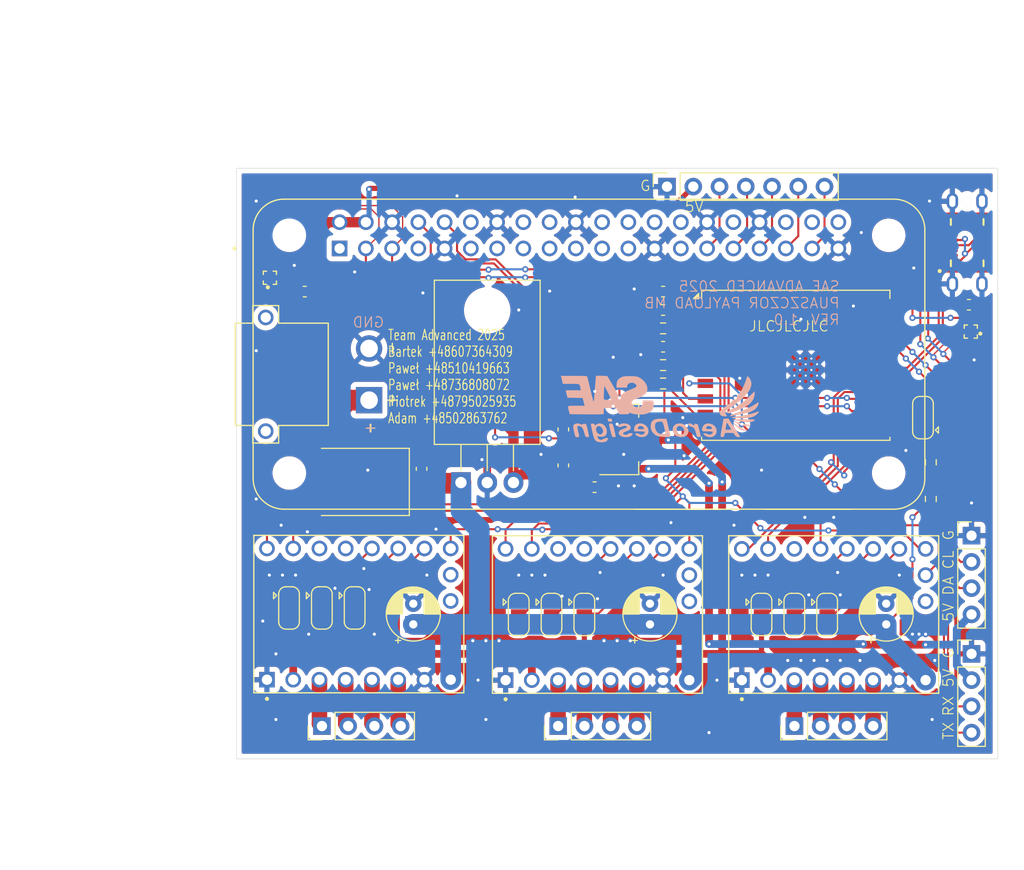
<source format=kicad_pcb>
(kicad_pcb
	(version 20240108)
	(generator "pcbnew")
	(generator_version "8.0")
	(general
		(thickness 1.6)
		(legacy_teardrops no)
	)
	(paper "A4")
	(layers
		(0 "F.Cu" signal)
		(31 "B.Cu" signal)
		(32 "B.Adhes" user "B.Adhesive")
		(33 "F.Adhes" user "F.Adhesive")
		(34 "B.Paste" user)
		(35 "F.Paste" user)
		(36 "B.SilkS" user "B.Silkscreen")
		(37 "F.SilkS" user "F.Silkscreen")
		(38 "B.Mask" user)
		(39 "F.Mask" user)
		(40 "Dwgs.User" user "User.Drawings")
		(41 "Cmts.User" user "User.Comments")
		(42 "Eco1.User" user "User.Eco1")
		(43 "Eco2.User" user "User.Eco2")
		(44 "Edge.Cuts" user)
		(45 "Margin" user)
		(46 "B.CrtYd" user "B.Courtyard")
		(47 "F.CrtYd" user "F.Courtyard")
		(48 "B.Fab" user)
		(49 "F.Fab" user)
		(50 "User.1" user)
		(51 "User.2" user)
		(52 "User.3" user)
		(53 "User.4" user)
		(54 "User.5" user)
		(55 "User.6" user)
		(56 "User.7" user)
		(57 "User.8" user)
		(58 "User.9" user)
	)
	(setup
		(stackup
			(layer "F.SilkS"
				(type "Top Silk Screen")
			)
			(layer "F.Paste"
				(type "Top Solder Paste")
			)
			(layer "F.Mask"
				(type "Top Solder Mask")
				(thickness 0.01)
			)
			(layer "F.Cu"
				(type "copper")
				(thickness 0.035)
			)
			(layer "dielectric 1"
				(type "core")
				(thickness 1.51)
				(material "FR4")
				(epsilon_r 4.5)
				(loss_tangent 0.02)
			)
			(layer "B.Cu"
				(type "copper")
				(thickness 0.035)
			)
			(layer "B.Mask"
				(type "Bottom Solder Mask")
				(thickness 0.01)
			)
			(layer "B.Paste"
				(type "Bottom Solder Paste")
			)
			(layer "B.SilkS"
				(type "Bottom Silk Screen")
			)
			(copper_finish "None")
			(dielectric_constraints no)
		)
		(pad_to_mask_clearance 0)
		(allow_soldermask_bridges_in_footprints no)
		(pcbplotparams
			(layerselection 0x00010fc_ffffffff)
			(plot_on_all_layers_selection 0x0000000_00000000)
			(disableapertmacros no)
			(usegerberextensions no)
			(usegerberattributes yes)
			(usegerberadvancedattributes yes)
			(creategerberjobfile yes)
			(dashed_line_dash_ratio 12.000000)
			(dashed_line_gap_ratio 3.000000)
			(svgprecision 4)
			(plotframeref no)
			(viasonmask no)
			(mode 1)
			(useauxorigin no)
			(hpglpennumber 1)
			(hpglpenspeed 20)
			(hpglpendiameter 15.000000)
			(pdf_front_fp_property_popups yes)
			(pdf_back_fp_property_popups yes)
			(dxfpolygonmode yes)
			(dxfimperialunits yes)
			(dxfusepcbnewfont yes)
			(psnegative no)
			(psa4output no)
			(plotreference yes)
			(plotvalue yes)
			(plotfptext yes)
			(plotinvisibletext no)
			(sketchpadsonfab no)
			(subtractmaskfromsilk no)
			(outputformat 1)
			(mirror no)
			(drillshape 1)
			(scaleselection 1)
			(outputdirectory "")
		)
	)
	(net 0 "")
	(net 1 "GND")
	(net 2 "Net-(U2-EN)")
	(net 3 "+3.3V")
	(net 4 "VBAT")
	(net 5 "+5V")
	(net 6 "Net-(D1-A)")
	(net 7 "/ESP32/RC_RX")
	(net 8 "/ESP32/RC_TX")
	(net 9 "/ESP32/USB_DP")
	(net 10 "unconnected-(J3-CC2-PadB5)")
	(net 11 "unconnected-(J3-SBU1-PadA8)")
	(net 12 "/ESP32/USB_DN")
	(net 13 "unconnected-(J3-CC1-PadA5)")
	(net 14 "unconnected-(J3-VBUS_A-PadA4)")
	(net 15 "unconnected-(J3-VBUS_B-PadB4)")
	(net 16 "unconnected-(J3-VBUS_B-PadB4)_1")
	(net 17 "unconnected-(J3-VBUS_A-PadA4)_1")
	(net 18 "unconnected-(J3-SBU2-PadB8)")
	(net 19 "Net-(J6-Pin_1)")
	(net 20 "Net-(J6-Pin_2)")
	(net 21 "Net-(J6-Pin_3)")
	(net 22 "Net-(J6-Pin_4)")
	(net 23 "Net-(J8-Pin_1)")
	(net 24 "Net-(J8-Pin_4)")
	(net 25 "Net-(J8-Pin_3)")
	(net 26 "Net-(J8-Pin_2)")
	(net 27 "Net-(J10-Pin_1)")
	(net 28 "Net-(J10-Pin_3)")
	(net 29 "Net-(J10-Pin_4)")
	(net 30 "Net-(J10-Pin_2)")
	(net 31 "/StepStick1/MS3")
	(net 32 "/StepStick2/MS3")
	(net 33 "/StepStick3/MS3")
	(net 34 "/ESP32/MOT3_DIR")
	(net 35 "/ESP_RX")
	(net 36 "/ESP32/MOT3_STP")
	(net 37 "/ESP_TX")
	(net 38 "/ESP32/MOT1_DIR")
	(net 39 "/ESP32/MOT1_STP")
	(net 40 "/ESP32/MOT2_DIR")
	(net 41 "/ESP32/MOT2_STP")
	(net 42 "unconnected-(U3-GPIO4{slash}GPIO_GCLK-Pad7)")
	(net 43 "/CS1")
	(net 44 "unconnected-(U3-GPIO11{slash}SPI_SCLK-Pad23)")
	(net 45 "/CS4")
	(net 46 "unconnected-(U3-GPIO7{slash}SPI_~{CE1}-Pad26)")
	(net 47 "unconnected-(U3-3V3_17-Pad17)")
	(net 48 "unconnected-(U3-GPIO10{slash}SPI_MOSI-Pad19)")
	(net 49 "/CS5")
	(net 50 "unconnected-(U3-GPIO20-Pad38)")
	(net 51 "unconnected-(U3-GPIO24{slash}GPIO_GEN5-Pad18)")
	(net 52 "unconnected-(U3-GPIO12-Pad32)")
	(net 53 "unconnected-(U3-ID_SC-Pad28)")
	(net 54 "unconnected-(U3-GPIO27{slash}GPIO_GEN2-Pad13)")
	(net 55 "unconnected-(U3-3V3_1-Pad1)")
	(net 56 "unconnected-(U3-GPIO17{slash}GPIO_GEN0-Pad11)")
	(net 57 "/CS2")
	(net 58 "/CS3")
	(net 59 "unconnected-(U3-ID_SD-Pad27)")
	(net 60 "unconnected-(U3-GPIO18{slash}GPIO_GEN1-Pad12)")
	(net 61 "unconnected-(U3-GPIO23{slash}GPIO_GEN4-Pad16)")
	(net 62 "unconnected-(U3-GPIO25{slash}GPIO_GEN6-Pad22)")
	(net 63 "unconnected-(U3-GPIO9{slash}SPI_MISO-Pad21)")
	(net 64 "unconnected-(U3-GPIO22{slash}GPIO_GEN3-Pad15)")
	(net 65 "unconnected-(U3-GPIO8{slash}SPI_~{CE0}-Pad24)")
	(net 66 "unconnected-(U3-GPIO21-Pad40)")
	(net 67 "unconnected-(U3-GPIO16-Pad36)")
	(net 68 "/StepStick1/MS2")
	(net 69 "/StepStick2/MS2")
	(net 70 "/StepStick3/MS2")
	(net 71 "/StepStick1/MS1")
	(net 72 "/StepStick2/MS1")
	(net 73 "/StepStick3/MS1")
	(net 74 "/EN")
	(net 75 "/ESP32/DIAG")
	(net 76 "/ESP32/UART")
	(net 77 "/StepStick2/DIAG")
	(net 78 "unconnected-(U8-INDEX-Pad17)")
	(net 79 "/StepStick2/UART")
	(net 80 "/StepStick3/UART")
	(net 81 "unconnected-(U8-PDN-Pad11)")
	(net 82 "/StepStick3/DIAG")
	(net 83 "unconnected-(U9-INDEX-Pad17)")
	(net 84 "unconnected-(U9-PDN-Pad11)")
	(net 85 "unconnected-(U10-PDN-Pad11)")
	(net 86 "unconnected-(U10-INDEX-Pad17)")
	(net 87 "/I2C_SDA")
	(net 88 "/I2C_SCL")
	(net 89 "Net-(JP10-C)")
	(footprint "Capacitor_THT:CP_Radial_D5.0mm_P2.00mm" (layer "F.Cu") (at 111.76 60.645113 90))
	(footprint "Connector_PinHeader_2.54mm:PinHeader_1x04_P2.54mm_Vertical" (layer "F.Cu") (at 80.02 70.485 90))
	(footprint "USB4145-03-0070-C_REVA2:GCT_USB4145-03-0070-C_REVA2" (layer "F.Cu") (at 119.595 23.705 90))
	(footprint "Capacitor_SMD:C_0603_1608Metric_Pad1.08x0.95mm_HandSolder" (layer "F.Cu") (at 80.518 41.783 90))
	(footprint "Resistor_SMD:R_0603_1608Metric_Pad0.98x0.95mm_HandSolder" (layer "F.Cu") (at 116.078 44.958 -90))
	(footprint "Jumper:SolderJumper-3_P1.3mm_Open_RoundedPad1.0x1.5mm" (layer "F.Cu") (at 115.316 40.64 90))
	(footprint "Capacitor_THT:CP_Radial_D5.0mm_P2.00mm" (layer "F.Cu") (at 66 60.645113 90))
	(footprint "Jumper:SolderJumper-3_P1.3mm_Open_RoundedPad1.0x1.5mm" (layer "F.Cu") (at 76.2 59.69 -90))
	(footprint "TMC2209_SILENTSTEPSTICK:MODULE_TMC2209_SILENTSTEPSTICK" (layer "F.Cu") (at 106.68 59.69 90))
	(footprint "Connector_PinHeader_2.54mm:PinHeader_1x04_P2.54mm_Vertical" (layer "F.Cu") (at 120.015 52.06))
	(footprint "Connector_PinHeader_2.54mm:PinHeader_1x04_P2.54mm_Vertical" (layer "F.Cu") (at 57.16 70.485 90))
	(footprint "Jumper:SolderJumper-3_P1.3mm_Open_RoundedPad1.0x1.5mm" (layer "F.Cu") (at 82.55 59.69 -90))
	(footprint "Jumper:SolderJumper-3_P1.3mm_Open_RoundedPad1.0x1.5mm" (layer "F.Cu") (at 60.325 59.055 -90))
	(footprint "Capacitor_SMD:C_0603_1608Metric_Pad1.08x0.95mm_HandSolder" (layer "F.Cu") (at 83.5395 47.371))
	(footprint "Resistor_SMD:R_0603_1608Metric_Pad0.98x0.95mm_HandSolder" (layer "F.Cu") (at 90.17 32.004 180))
	(footprint "Capacitor_SMD:C_0603_1608Metric_Pad1.08x0.95mm_HandSolder" (layer "F.Cu") (at 90.17 33.782))
	(footprint "MMC5603NJ:XDCR_MMC5603NJ" (layer "F.Cu") (at 119.942 32.312 180))
	(footprint "Resistor_SMD:R_0603_1608Metric_Pad0.98x0.95mm_HandSolder" (layer "F.Cu") (at 90.17 37.338))
	(footprint "TMC2209_SILENTSTEPSTICK:MODULE_TMC2209_SILENTSTEPSTICK" (layer "F.Cu") (at 83.82 59.69 90))
	(footprint "Jumper:SolderJumper-3_P1.3mm_Open_RoundedPad1.0x1.5mm" (layer "F.Cu") (at 106.045 59.69 -90))
	(footprint "Capacitor_SMD:C_0603_1608Metric_Pad1.08x0.95mm_HandSolder" (layer "F.Cu") (at 66.802 45.593 90))
	(footprint "XT30PW-M:AMASS_XT30PW-M" (layer "F.Cu") (at 51.72075 36.449 90))
	(footprint "Capacitor_THT:CP_Radial_D5.0mm_P2.00mm"
		(layer "F.Cu")
		(uuid "77139445-8f41-405c-ac98-036e1a490600")
		(at 88.9 60.645113 90)
		(descr "CP, Radial series, Radial, pin pitch=2.00mm, , diameter=5mm, Electrolytic Capacitor")
		(tags "CP Radial series Radial pin pitch 2.00mm  diameter 5mm Electrolytic Capacitor")
		(property "Reference" "C14"
			(at 1 -3.75 90)
			(layer "F.SilkS")
			(hide yes)
			(uuid "5d62d71c-f151-4d43-89a8-7220db984551")
			(effects
				(font
					(size 1 1)
					(thickness 0.15)
				)
			)
		)
		(property "Value" "100u"
			(at 1 3.75 90)
			(layer "F.Fab")
			(uuid "bdc22bb4-11d7-467b-b6d7-cd729b80f16b")
			(effects
				(font
					(size 1 1)
					(thickness 0.15)
				)
			)
		)
		(property "Footprint" "Capacitor_THT:CP_Radial_D5.0mm_P2.00mm"
			(at 0 0 90)
			(unlocked yes)
			(layer "F.Fab")
			(hide yes)
			(uuid "0ed28326-86e9-4699-b946-f44aa0d30145")
			(effects
				(font
					(size 1.27 1.27)
					(thickness 0.15)
				)
			)
		)
		(property "Datasheet" ""
			(at 0 0 90)
			(unlocked yes)
			(layer "F.Fab")
			(hide yes)
			(uuid "f6049b36-43b5-4b76-856d-b7c02143f1b6")
			(effects
				(font
					(size 1.27 1.27)
					(thickness 0.15)
				)
			)
		)
		(property "Description" "Unpolarized capacitor, small symbol"
			(at 0 0 90)
			(unlocked yes)
			(layer "F.Fab")
			(hide yes)
			(uuid "0e94e9d2-c75c-4204-a6f8-3f7280acae30")
			(effects
				(font
					(size 1.27 1.27)
					(thickness 0.15)
				)
			)
		)
		(property ki_fp_filters "C_*")
		(path "/8e074d42-6d48-4d4b-882f-71f2805bc584/4b647c3d-1982-46fe-b606-d83dfec5b9c5")
		(sheetname "StepStick3")
		(sheetfile "StepStick1.kicad_sch")
		(attr through_hole)
		(fp_line
			(start 1.04 -2.58)
			(end 1.04 -1.04)
			(stroke
				(width 0.12)
				(type solid)
			)
			(layer "F.SilkS")
			(uuid "e62677b8-cd58-48ed-8997-c2e642fa1020")
		)
		(fp_line
			(start 1 -2.58)
			(end 1 -1.04)
			(stroke
				(width 0.12)
				(type solid)
			)
			(layer "F.SilkS")
			(uuid "bfb84d7d-502a-452a-8fc2-0ffffe52226d")
		)
		(fp_line
			(start 1.08 -2.579)
			(end 1.08 -1.04)
			(stroke
				(width 0.12)
				(type solid)
			)
			(layer "F.SilkS")
			(uuid "beff3590-9f90-428e-8e38-8e47a5bf846a")
		)
		(fp_line
			(start 1.12 -2.578)
			(end 1.12 -1.04)
			(stroke
				(width 0.12)
				(type solid)
			)
			(layer "F.SilkS")
			(uuid "ed4defa5-c2d1-4edb-988d-523f566d2a0e")
		)
		(fp_line
			(start 1.16 -2.576)
			(end 1.16 -1.04)
			(stroke
				(width 0.12)
				(type solid)
			)
			(layer "F.SilkS")
			(uuid "906a556d-e254-47d7-aeb6-3559d5063315")
		)
		(fp_line
			(start 1.2 -2.573)
			(end 1.2 -1.04)
			(stroke
				(width 0.12)
				(type solid)
			)
			(layer "F.SilkS")
			(uuid "cb989385-9aba-4718-9078-3e284b2047a9")
		)
		(fp_line
			(start 1.24 -2.569)
			(end 1.24 -1.04)
			(stroke
				(width 0.12)
				(type solid)
			)
			(layer "F.SilkS")
			(uuid "de2867bd-c3a7-44f5-aad3-412e612ef394")
		)
		(fp_line
			(start 1.28 -2.565)
			(end 1.28 -1.04)
			(stroke
				(width 0.12)
				(type solid)
			)
			(layer "F.SilkS")
			(uuid "6f340514-4f2f-4fd6-97fa-f66bb623d8f1")
		)
		(fp_line
			(start 1.32 -2.561)
			(end 1.32 -1.04)
			(stroke
				(width 0.12)
				(type solid)
			)
			(layer "F.SilkS")
			(uuid "d2accd4f-1a19-43eb-b3dd-95905dc07a3f")
		)
		(fp_line
			(start 1.36 -2.556)
			(end 1.36 -1.04)
			(stroke
				(width 0.12)
				(type solid)
			)
			(layer "F.SilkS")
			(uuid "75e85e9f-09df-49ce-acf7-d9fd2b06686a")
		)
		(fp_line
			(start 1.4 -2.55)
			(end 1.4 -1.04)
			(stroke
				(width 0.12)
				(type solid)
			)
			(layer "F.SilkS")
			(uuid "10f79404-e4b8-4c0e-a6be-b56ed49aa047")
		)
		(fp_line
			(start 1.44 -2.543)
			(end 1.44 -1.04)
			(stroke
				(width 0.12)
				(type solid)
			)
			(layer "F.SilkS")
			(uuid "f33b9135-f5f2-46a1-99d7-2e9acfef92e1")
		)
		(fp_line
			(start 1.48 -2.536)
			(end 1.48 -1.04)
			(stroke
				(width 0.12)
				(type solid)
			)
			(layer "F.SilkS")
			(uuid "6e22cec4-1d53-4a8e-9cb9-e2c4863e4d1c")
		)
		(fp_line
			(start 1.52 -2.528)
			(end 1.52 -1.04)
			(stroke
				(width 0.12)
				(type solid)
			)
			(layer "F.SilkS")
			(uuid "7a54ce54-0a8e-46e3-8ed7-a039a9689dea")
		)
		(fp_line
			(start 1.56 -2.52)
			(end 1.56 -1.04)
			(stroke
				(width 0.12)
				(type solid)
			)
			(layer "F.SilkS")
			(uuid "fb20c6b4-5d26-449f-8705-4df2142440e5")
		)
		(fp_line
			(start 1.6 -2.511)
			(end 1.6 -1.04)
			(stroke
				(width 0.12)
				(type solid)
			)
			(layer "F.SilkS")
			(uuid "48e98e34-0f7b-4e23-99b6-b45599ab95ed")
		)
		(fp_line
			(start 1.64 -2.501)
			(end 1.64 -1.04)
			(stroke
				(width 0.12)
				(type solid)
			)
			(layer "F.SilkS")
			(uuid "b4ebee62-b750-4c5b-9c18-77a2a6525c05")
		)
		(fp_line
			(start 1.68 -2.491)
			(end 1.68 -1.04)
			(stroke
				(width 0.12)
				(type solid)
			)
			(layer "F.SilkS")
			(uuid "5bf48cae-932e-41f2-b3b8-e5b26e5d9e36")
		)
		(fp_line
			(start 1.721 -2.48)
			(end 1.721 -1.04)
			(stroke
				(width 0.12)
				(type solid)
			)
			(layer "F.SilkS")
			(uuid "de8d754c-856c-4a15-b2d4-446187d06735")
		)
		(fp_line
			(start 1.761 -2.468)
			(end 1.761 -1.04)
			(stroke
				(width 0.12)
				(type solid)
			)
			(layer "F.SilkS")
			(uuid "de7645d4-42c8-4726-8317-503a57dbdf25")
		)
		(fp_line
			(start 1.801 -2.455)
			(end 1.801 -1.04)
			(stroke
				(width 0.12)
				(type solid)
			)
			(layer "F.SilkS")
			(uuid "b7a173cd-af1e-4133-a5b5-0c69ba7c9389")
		)
		(fp_line
			(start 1.841 -2.442)
			(end 1.841 -1.04)
			(stroke
				(width 0.12)
				(type solid)
			)
			(layer "F.SilkS")
			(uuid "9728a858-8ad4-47fd-9bf8-6545892b3ab2")
		)
		(fp_line
			(start 1.881 -2.428)
			(end 1.881 -1.04)
			(stroke
				(width 0.12)
				(type solid)
			)
			(layer "F.SilkS")
			(uuid "001c8449-cb1d-4596-8b49-4619db4c0873")
		)
		(fp_line
			(start 1.921 -2.414)
			(end 1.921 -1.04)
			(stroke
				(width 0.12)
				(type solid)
			)
			(layer "F.SilkS")
			(uuid "4e700e0c-97d1-45f6-a831-4d6d5834fa6f")
		)
		(fp_line
			(start 1.961 -2.398)
			(end 1.961 -1.04)
			(stroke
				(width 0.12)
				(type solid)
			)
			(layer "F.SilkS")
			(uuid "39667f33-8491-4159-b040-135c126a9a28")
		)
		(fp_line
			(start 2.001 -2.382)
			(end 2.001 -1.04)
			(stroke
				(width 0.12)
				(type solid)
			)
			(layer "F.SilkS")
			(uuid "e20588af-2569-4f2d-92fe-637b4da1cb27")
		)
		(fp_line
			(start 2.041 -2.365)
			(end 2.041 -1.04)
			(stroke
				(width 0.12)
				(type solid)
			)
			(layer "F.SilkS")
			(uuid "3995e6e0-180b-49e3-827f-da45e49feba1")
		)
		(fp_line
			(start 2.081 -2.348)
			(end 2.081 -1.04)
			(stroke
				(width 0.12)
				(type solid)
			)
			(layer "F.SilkS")
			(uuid "25463b7d-dbc8-4f75-b9ff-405dedda06ad")
		)
		(fp_line
			(start 2.121 -2.329)
			(end 2.121 -1.04)
			(stroke
				(width 0.12)
				(type solid)
			)
			(layer "F.SilkS")
			(uuid "fe208a1b-a576-4f3f-9a76-6ceec5785491")
		)
		(fp_line
			(start 2.161 -2.31)
			(end 2.161 -1.04)
			(stroke
				(width 0.12)
				(type solid)
			)
			(layer "F.SilkS")
			(uuid "2fb6724c-47f4-4e2b-9887-cb01b8bd38b3")
		)
		(fp_line
			(start 2.201 -2.29)
			(end 2.201 -1.04)
			(stroke
				(width 0.12)
				(type solid)
			)
			(layer "F.SilkS")
			(uuid "13bcb5ee-3692-48ae-875a-78c51f5c7b8a")
		)
		(fp_line
			(start 2.241 -2.268)
			(end 2.241 -1.04)
			(stroke
				(width 0.12)
				(type solid)
			)
			(layer "F.SilkS")
			(uuid "c24f2fe0-441f-4663-87ea-f36cf1acdc70")
		)
		(fp_line
			(start 2.281 -2.247)
			(end 2.281 -1.04)
			(stroke
				(width 0.12)
				(type solid)
			)
			(layer "F.SilkS")
			(uuid "3fa7b9d2-c2be-4699-9fe7-12e97acd851a")
		)
		(fp_line
			(start 2.321 -2.224)
			(end 2.321 -1.04)
			(stroke
				(width 0.12)

... [771009 chars truncated]
</source>
